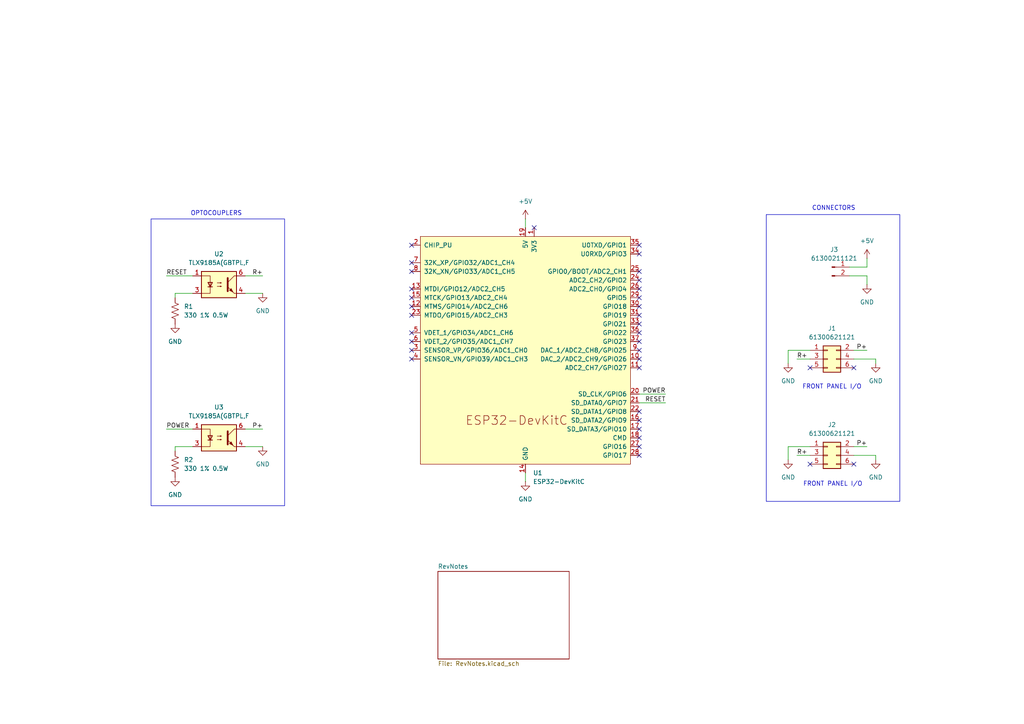
<source format=kicad_sch>
(kicad_sch (version 20231120) (generator "eeschema") (generator_version "8.0")
  (paper "A4")
  (lib_symbols
    (symbol "Connector:Conn_01x02_Pin" (pin_names (offset 1.016) hide)
      (property "Reference" "J" (at 0 2.54 0))
      (property "Value" "Conn_01x02_Pin" (at 0 -5.08 0))
      (symbol "Conn_01x02_Pin_1_1"
        (polyline (pts (xy 1.27 -2.54) (xy 0.8636 -2.54)) (stroke (width 0.1524)))
        (polyline (pts (xy 1.27 0) (xy 0.8636 0)) (stroke (width 0.1524)))
        (rectangle (start 0.8636 -2.413) (end 0 -2.667) (stroke (width 0.1524)) (fill (type outline)))
        (rectangle (start 0.8636 0.127) (end 0 -0.127) (stroke (width 0.1524)) (fill (type outline)))
        (pin passive line (at 5.08 0 180) (length 3.81) (name "Pin_1") (number "1"))
        (pin passive line (at 5.08 -2.54 180) (length 3.81) (name "Pin_2") (number "2"))
      )
    )
    (symbol "Connector_Generic:Conn_02x03_Odd_Even" (pin_names (offset 1.016) hide)
      (property "Reference" "J" (at 1.27 5.08 0))
      (property "Value" "Conn_02x03_Odd_Even" (at 1.27 -5.08 0))
      (symbol "Conn_02x03_Odd_Even_1_1"
        (rectangle (start -1.27 -2.413) (end 0 -2.667) (stroke (width 0.1524)))
        (rectangle (start -1.27 0.127) (end 0 -0.127) (stroke (width 0.1524)))
        (rectangle (start -1.27 2.667) (end 0 2.413) (stroke (width 0.1524)))
        (rectangle (start -1.27 3.81) (end 3.81 -3.81) (stroke (width 0.254)) (fill (type background)))
        (rectangle (start 3.81 -2.413) (end 2.54 -2.667) (stroke (width 0.1524)))
        (rectangle (start 3.81 0.127) (end 2.54 -0.127) (stroke (width 0.1524)))
        (rectangle (start 3.81 2.667) (end 2.54 2.413) (stroke (width 0.1524)))
        (pin passive line (at -5.08 2.54 0) (length 3.81) (name "Pin_1") (number "1"))
        (pin passive line (at 7.62 2.54 180) (length 3.81) (name "Pin_2") (number "2"))
        (pin passive line (at -5.08 0 0) (length 3.81) (name "Pin_3") (number "3"))
        (pin passive line (at 7.62 0 180) (length 3.81) (name "Pin_4") (number "4"))
        (pin passive line (at -5.08 -2.54 0) (length 3.81) (name "Pin_5") (number "5"))
        (pin passive line (at 7.62 -2.54 180) (length 3.81) (name "Pin_6") (number "6"))
      )
    )
    (symbol "Device:R_US" (pin_numbers hide) (pin_names (offset 0))
      (property "Reference" "R" (at 2.54 0 90))
      (property "Value" "R_US" (at -2.54 0 90))
      (symbol "R_US_0_1"
        (polyline (pts (xy 0 -2.286) (xy 0 -2.54)))
        (polyline (pts (xy 0 2.286) (xy 0 2.54)))
        (polyline (pts (xy 0 -0.762) (xy 1.016 -1.143) (xy 0 -1.524) (xy -1.016 -1.905) (xy 0 -2.286)))
        (polyline (pts (xy 0 0.762) (xy 1.016 0.381) (xy 0 0) (xy -1.016 -0.381) (xy 0 -0.762)))
        (polyline (pts (xy 0 2.286) (xy 1.016 1.905) (xy 0 1.524) (xy -1.016 1.143) (xy 0 0.762)))
      )
      (symbol "R_US_1_1"
        (pin passive line (at 0 3.81 270) (length 1.27) (name "~") (number "1"))
        (pin passive line (at 0 -3.81 90) (length 1.27) (name "~") (number "2"))
      )
    )
    (symbol "EL817_2" (pin_names (offset 1.016))
      (property "Reference" "U2" (at 0 8.89 0))
      (property "Value" "TLX9185A(GBTPL,F" (at 0 6.35 0))
      (symbol "EL817_2_0_1"
        (rectangle (start -5.08 3.81) (end 5.08 -3.81) (stroke (width 0.254)) (fill (type background)))
        (polyline (pts (xy -3.175 -0.635) (xy -1.905 -0.635)) (stroke (width 0.254)))
        (polyline (pts (xy 2.54 0.635) (xy 4.445 2.54)))
        (polyline (pts (xy 4.445 -2.54) (xy 2.54 -0.635)) (fill (type outline)))
        (polyline (pts (xy 4.445 -2.54) (xy 5.08 -2.54)))
        (polyline (pts (xy 4.445 2.54) (xy 5.08 2.54)))
        (polyline (pts (xy -5.08 2.54) (xy -2.54 2.54) (xy -2.54 -0.635)))
        (polyline (pts (xy -2.54 -0.635) (xy -2.54 -2.54) (xy -5.08 -2.54)))
        (polyline (pts (xy 2.54 1.905) (xy 2.54 -1.905) (xy 2.54 -1.905)) (stroke (width 0.508)))
        (polyline (pts (xy -2.54 -0.635) (xy -3.175 0.635) (xy -1.905 0.635) (xy -2.54 -0.635)) (stroke (width 0.254)))
        (polyline (pts (xy -0.508 -0.508) (xy 0.762 -0.508) (xy 0.381 -0.635) (xy 0.381 -0.381) (xy 0.762 -0.508)))
        (polyline (pts (xy -0.508 0.508) (xy 0.762 0.508) (xy 0.381 0.381) (xy 0.381 0.635) (xy 0.762 0.508)))
        (polyline (pts (xy 3.048 -1.651) (xy 3.556 -1.143) (xy 4.064 -2.159) (xy 3.048 -1.651) (xy 3.048 -1.651)) (fill (type outline)))
      )
      (symbol "EL817_2_1_1"
        (pin passive line (at -7.62 2.54 0) (length 2.54) (name "~") (number "1"))
        (pin no_connect line (at 1.27 3.81 180) (length 2.54) hide (name "") (number "2"))
        (pin passive line (at -7.62 -2.54 0) (length 2.54) (name "~") (number "3"))
        (pin passive line (at 7.62 -2.54 180) (length 2.54) (name "~") (number "4"))
        (pin no_connect line (at 0 3.81 180) (length 2.54) hide (name "") (number "5"))
        (pin passive line (at 7.62 2.54 180) (length 2.54) (name "~") (number "6"))
      )
    )
    (symbol "PCM_Espressif:ESP32-DevKitC" (pin_names (offset 1.016))
      (property "Reference" "U" (at -30.48 38.1 0))
      (property "Value" "ESP32-DevKitC" (at -30.48 35.56 0))
      (symbol "ESP32-DevKitC_0_0"
        (text "ESP32-DevKitC" (at -2.54 -20.32 0) (effects (font (size 2.54 2.54))))
        (pin power_in line (at 0 -35.56 90) (length 2.54) (name "GND") (number "14"))
        (pin power_in line (at 0 35.56 270) (length 2.54) (name "5V") (number "19"))
      )
      (symbol "ESP32-DevKitC_0_1"
        (rectangle (start -30.48 33.02) (end 30.48 -33.02) (fill (type background)))
      )
      (symbol "ESP32-DevKitC_1_1"
        (pin power_in line (at 2.54 35.56 270) (length 2.54) (name "3V3") (number "1"))
        (pin bidirectional line (at 33.02 -2.54 180) (length 2.54) (name "DAC_2/ADC2_CH9/GPIO26") (number "10"))
        (pin bidirectional line (at 33.02 -5.08 180) (length 2.54) (name "ADC2_CH7/GPIO27") (number "11"))
        (pin bidirectional line (at -33.02 12.7 0) (length 2.54) (name "MTMS/GPIO14/ADC2_CH6") (number "12"))
        (pin bidirectional line (at -33.02 17.78 0) (length 2.54) (name "MTDI/GPIO12/ADC2_CH5") (number "13"))
        (pin bidirectional line (at -33.02 15.24 0) (length 2.54) (name "MTCK/GPIO13/ADC2_CH4") (number "15"))
        (pin bidirectional line (at 33.02 -20.32 180) (length 2.54) (name "SD_DATA2/GPIO9") (number "16"))
        (pin bidirectional line (at 33.02 -22.86 180) (length 2.54) (name "SD_DATA3/GPIO10") (number "17"))
        (pin bidirectional line (at 33.02 -25.4 180) (length 2.54) (name "CMD") (number "18"))
        (pin input line (at -33.02 30.48 0) (length 2.54) (name "CHIP_PU") (number "2"))
        (pin bidirectional line (at 33.02 -12.7 180) (length 2.54) (name "SD_CLK/GPIO6") (number "20"))
        (pin bidirectional line (at 33.02 -15.24 180) (length 2.54) (name "SD_DATA0/GPIO7") (number "21"))
        (pin bidirectional line (at 33.02 -17.78 180) (length 2.54) (name "SD_DATA1/GPIO8") (number "22"))
        (pin bidirectional line (at -33.02 10.16 0) (length 2.54) (name "MTDO/GPIO15/ADC2_CH3") (number "23"))
        (pin bidirectional line (at 33.02 20.32 180) (length 2.54) (name "ADC2_CH2/GPIO2") (number "24"))
        (pin bidirectional line (at 33.02 22.86 180) (length 2.54) (name "GPIO0/BOOT/ADC2_CH1") (number "25"))
        (pin bidirectional line (at 33.02 17.78 180) (length 2.54) (name "ADC2_CH0/GPIO4") (number "26"))
        (pin bidirectional line (at 33.02 -27.94 180) (length 2.54) (name "GPIO16") (number "27"))
        (pin bidirectional line (at 33.02 -30.48 180) (length 2.54) (name "GPIO17") (number "28"))
        (pin bidirectional line (at 33.02 15.24 180) (length 2.54) (name "GPIO5") (number "29"))
        (pin input line (at -33.02 0 0) (length 2.54) (name "SENSOR_VP/GPIO36/ADC1_CH0") (number "3"))
        (pin bidirectional line (at 33.02 12.7 180) (length 2.54) (name "GPIO18") (number "30"))
        (pin bidirectional line (at 33.02 10.16 180) (length 2.54) (name "GPIO19") (number "31"))
        (pin passive line (at 0 -35.56 90) (length 2.54) hide (name "GND") (number "32"))
        (pin bidirectional line (at 33.02 7.62 180) (length 2.54) (name "GPIO21") (number "33"))
        (pin bidirectional line (at 33.02 27.94 180) (length 2.54) (name "U0RXD/GPIO3") (number "34"))
        (pin bidirectional line (at 33.02 30.48 180) (length 2.54) (name "U0TXD/GPIO1") (number "35"))
        (pin bidirectional line (at 33.02 5.08 180) (length 2.54) (name "GPIO22") (number "36"))
        (pin bidirectional line (at 33.02 2.54 180) (length 2.54) (name "GPIO23") (number "37"))
        (pin passive line (at 0 -35.56 90) (length 2.54) hide (name "GND") (number "38"))
        (pin input line (at -33.02 -2.54 0) (length 2.54) (name "SENSOR_VN/GPIO39/ADC1_CH3") (number "4"))
        (pin input line (at -33.02 5.08 0) (length 2.54) (name "VDET_1/GPIO34/ADC1_CH6") (number "5"))
        (pin input line (at -33.02 2.54 0) (length 2.54) (name "VDET_2/GPIO35/ADC1_CH7") (number "6"))
        (pin bidirectional line (at -33.02 25.4 0) (length 2.54) (name "32K_XP/GPIO32/ADC1_CH4") (number "7"))
        (pin bidirectional line (at -33.02 22.86 0) (length 2.54) (name "32K_XN/GPIO33/ADC1_CH5") (number "8"))
        (pin bidirectional line (at 33.02 0 180) (length 2.54) (name "DAC_1/ADC2_CH8/GPIO25") (number "9"))
      )
    )
    (symbol "power:+5V" (power) (pin_numbers hide) (pin_names (offset 0) hide)
      (property "Value" "+5V" (at 0 3.556 0))
      (symbol "+5V_0_1"
        (polyline (pts (xy -0.762 1.27) (xy 0 2.54)))
        (polyline (pts (xy 0 0) (xy 0 2.54)))
        (polyline (pts (xy 0 2.54) (xy 0.762 1.27)))
      )
      (symbol "+5V_1_1"
        (pin power_in line (at 0 0 90) (length 0) (name "~") (number "1"))
      )
    )
    (symbol "power:GND" (power) (pin_numbers hide) (pin_names (offset 0) hide)
      (property "Value" "GND" (at 0 -3.81 0))
      (symbol "GND_0_1"
        (polyline (pts (xy 0 0) (xy 0 -1.27) (xy 1.27 -1.27) (xy 0 -2.54) (xy -1.27 -1.27) (xy 0 -1.27)))
      )
      (symbol "GND_1_1"
        (pin power_in line (at 0 0 270) (length 0) (name "~") (number "1"))
      )
    )
  )
  (no_connect (at 119.38 71.12))
  (no_connect (at 185.42 106.68))
  (no_connect (at 119.38 104.14))
  (no_connect (at 185.42 93.98))
  (no_connect (at 185.42 132.08))
  (no_connect (at 185.42 91.44))
  (no_connect (at 185.42 104.14))
  (no_connect (at 185.42 99.06))
  (no_connect (at 119.38 91.44))
  (no_connect (at 185.42 83.82))
  (no_connect (at 119.38 83.82))
  (no_connect (at 247.65 134.62))
  (no_connect (at 185.42 119.38))
  (no_connect (at 185.42 101.6))
  (no_connect (at 119.38 78.74))
  (no_connect (at 247.65 106.68))
  (no_connect (at 154.94 66.04))
  (no_connect (at 185.42 81.28))
  (no_connect (at 119.38 101.6))
  (no_connect (at 185.42 96.52))
  (no_connect (at 119.38 96.52))
  (no_connect (at 119.38 88.9))
  (no_connect (at 185.42 88.9))
  (no_connect (at 119.38 99.06))
  (no_connect (at 185.42 127))
  (no_connect (at 234.95 134.62))
  (no_connect (at 185.42 78.74))
  (no_connect (at 119.38 86.36))
  (no_connect (at 185.42 124.46))
  (no_connect (at 185.42 73.66))
  (no_connect (at 185.42 71.12))
  (no_connect (at 119.38 76.2))
  (no_connect (at 234.95 106.68))
  (no_connect (at 185.42 86.36))
  (no_connect (at 185.42 121.92))
  (no_connect (at 185.42 129.54))
  (wire (pts (xy 228.6 129.54) (xy 234.95 129.54)))
  (wire (pts (xy 228.6 133.35) (xy 228.6 129.54)))
  (wire (pts (xy 55.88 85.09) (xy 50.8 85.09)))
  (wire (pts (xy 50.8 129.54) (xy 50.8 130.81)))
  (wire (pts (xy 185.42 114.3) (xy 193.04 114.3)))
  (wire (pts (xy 246.38 80.01) (xy 251.46 80.01)))
  (wire (pts (xy 231.14 132.08) (xy 234.95 132.08)))
  (wire (pts (xy 254 132.08) (xy 247.65 132.08)))
  (wire (pts (xy 254 105.41) (xy 254 104.14)))
  (wire (pts (xy 152.4 137.16) (xy 152.4 139.7)))
  (wire (pts (xy 251.46 101.6) (xy 247.65 101.6)))
  (wire (pts (xy 254 104.14) (xy 247.65 104.14)))
  (wire (pts (xy 50.8 85.09) (xy 50.8 86.36)))
  (wire (pts (xy 185.42 116.84) (xy 193.04 116.84)))
  (wire (pts (xy 231.14 104.14) (xy 234.95 104.14)))
  (wire (pts (xy 251.46 129.54) (xy 247.65 129.54)))
  (wire (pts (xy 55.88 129.54) (xy 50.8 129.54)))
  (wire (pts (xy 246.38 77.47) (xy 251.46 77.47)))
  (wire (pts (xy 55.88 124.46) (xy 48.26 124.46)))
  (wire (pts (xy 228.6 105.41) (xy 228.6 101.6)))
  (wire (pts (xy 254 133.35) (xy 254 132.08)))
  (wire (pts (xy 71.12 80.01) (xy 76.2 80.01)))
  (wire (pts (xy 71.12 85.09) (xy 76.2 85.09)))
  (wire (pts (xy 251.46 77.47) (xy 251.46 74.93)))
  (wire (pts (xy 152.4 63.5) (xy 152.4 66.04)))
  (wire (pts (xy 251.46 80.01) (xy 251.46 82.55)))
  (wire (pts (xy 228.6 101.6) (xy 234.95 101.6)))
  (wire (pts (xy 55.88 80.01) (xy 48.26 80.01)))
  (wire (pts (xy 71.12 129.54) (xy 76.2 129.54)))
  (wire (pts (xy 71.12 124.46) (xy 76.2 124.46)))
  (rectangle (start 222.25 62.23) (end 260.985 145.415))
  (rectangle (start 43.815 63.5) (end 82.55 146.685))
  (text "CONNECTORS" (at 241.808 60.452 0) (effects (font (size 1.27 1.27))))
  (text "OPTOCOUPLERS" (at 62.738 61.976 0) (effects (font (size 1.27 1.27))))
  (text "FRONT PANEL I/O" (at 241.3 112.268 0) (effects (font (size 1.27 1.27))))
  (text "FRONT PANEL I/O" (at 241.554 140.462 0) (effects (font (size 1.27 1.27))))
  (label "RESET" (at 193.04 116.84 180))
  (label "R+" (at 76.2 80.01 180))
  (label "P+" (at 251.46 101.6 180))
  (label "RESET" (at 48.26 80.01 0))
  (label "P+" (at 76.2 124.46 180))
  (label "R+" (at 231.14 132.08 0))
  (label "POWER" (at 48.26 124.46 0))
  (label "P+" (at 251.46 129.54 180))
  (label "POWER" (at 193.04 114.3 180))
  (label "R+" (at 231.14 104.14 0))
  (symbol (lib_id "power:GND") (at 251.46 82.55 0) (unit 1)
    (property "Reference" "#PWR05" (effects (hide yes)))
    (property "Value" "GND" (at 251.46 87.63 0))
    (property "Description" "Power symbol creates a global label with name \"GND\" , ground" (effects (hide yes)))
  )
  (symbol (lib_id "Connector:Conn_01x02_Pin") (at 241.3 77.47 0) (unit 1)
    (property "Reference" "J3" (at 241.935 72.39 0))
    (property "Value" "61300211121" (at 241.935 74.93 0))
    (property "Footprint" "Connector_PinHeader_2.54mm:PinHeader_1x02_P2.54mm_Vertical" (effects (hide yes)))
    (property "Datasheet" "https://www.we-online.com/components/products/datasheet/61300211121.pdf" (effects (hide yes)))
    (property "Description" "Generic connector, single row, 01x02, script generated" (effects (hide yes)))
  )
  (symbol (lib_id "power:GND") (at 254 133.35 0) (unit 1)
    (property "Reference" "#PWR08" (effects (hide yes)))
    (property "Value" "GND" (at 254 138.43 0))
    (property "Description" "Power symbol creates a global label with name \"GND\" , ground" (effects (hide yes)))
  )
  (symbol (lib_id "power:GND") (at 50.8 138.43 0) (unit 1)
    (property "Reference" "#PWR06" (effects (hide yes)))
    (property "Value" "GND" (at 50.8 143.51 0))
    (property "Description" "Power symbol creates a global label with name \"GND\" , ground" (effects (hide yes)))
  )
  (symbol (lib_id "power:GND") (at 50.8 93.98 0) (unit 1)
    (property "Reference" "#PWR02" (effects (hide yes)))
    (property "Value" "GND" (at 50.8 99.06 0))
    (property "Description" "Power symbol creates a global label with name \"GND\" , ground" (effects (hide yes)))
  )
  (symbol (lib_id "power:GND") (at 228.6 133.35 0) (unit 1)
    (property "Reference" "#PWR07" (effects (hide yes)))
    (property "Value" "GND" (at 228.6 138.43 0))
    (property "Description" "Power symbol creates a global label with name \"GND\" , ground" (effects (hide yes)))
  )
  (symbol (lib_id "power:+5V") (at 251.46 74.93 0) (unit 1)
    (property "Reference" "#PWR04" (effects (hide yes)))
    (property "Value" "+5V" (at 251.46 69.85 0))
    (property "Description" "Power symbol creates a global label with name \"+5V\"" (effects (hide yes)))
  )
  (symbol (lib_name "EL817_2") (lib_id "Isolator:EL817") (at 63.5 127 0) (unit 1)
    (property "Reference" "U3" (at 63.5 118.11 0))
    (property "Value" "TLX9185A(GBTPL,F" (at 63.5 120.65 0))
    (property "Footprint" "Package_SO:SO-6_4.4x3.6mm_P1.27mm" (effects (hide yes)))
    (property "Datasheet" "https://toshiba.semicon-storage.com/info/TLX9185A_datasheet_en_20190628.pdf?did=53135&prodName=TLX9185A" (effects (hide yes)))
    (property "Description" "Optoisolator Transistor Output 3750Vrms 1 Channel 6-SOP" (effects (hide yes)))
  )
  (symbol (lib_id "Device:R_US") (at 50.8 90.17 0) (unit 1)
    (property "Reference" "R1" (at 53.34 88.8999 0) (effects (justify left)))
    (property "Value" "330 1% 0.5W" (at 53.34 91.4399 0) (effects (justify left)))
    (property "Footprint" "Resistor_SMD:R_0805_2012Metric_Pad1.20x1.40mm_HandSolder" (effects (hide yes)))
    (property "Datasheet" "https://www.vishay.com/docs/20043/crcwhpe3.pdf" (effects (hide yes)))
    (property "Description" "Resistor, US symbol" (effects (hide yes)))
  )
  (symbol (lib_id "power:GND") (at 76.2 129.54 0) (unit 1)
    (property "Reference" "#PWR011" (effects (hide yes)))
    (property "Value" "GND" (at 76.2 134.62 0))
    (property "Description" "Power symbol creates a global label with name \"GND\" , ground" (effects (hide yes)))
  )
  (symbol (lib_id "Connector_Generic:Conn_02x03_Odd_Even") (at 240.03 104.14 0) (unit 1)
    (property "Reference" "J1" (at 241.3 95.25 0))
    (property "Value" "61300621121" (at 241.3 97.79 0))
    (property "Footprint" "Connector_PinHeader_2.54mm:PinHeader_2x03_P2.54mm_Vertical" (effects (hide yes)))
    (property "Datasheet" "https://www.we-online.com/components/products/datasheet/6130xx21121.pdf" (effects (hide yes)))
    (property "Description" "Generic connector, double row, 02x03, odd/even pin numbering scheme (row 1 odd numbers, row 2 even numbers), script generated (kicad-library-utils/schlib/autogen/connector/)" (effects (hide yes)))
  )
  (symbol (lib_id "power:GND") (at 76.2 85.09 0) (unit 1)
    (property "Reference" "#PWR012" (effects (hide yes)))
    (property "Value" "GND" (at 76.2 90.17 0))
    (property "Description" "Power symbol creates a global label with name \"GND\" , ground" (effects (hide yes)))
  )
  (symbol (lib_id "PCM_Espressif:ESP32-DevKitC") (at 152.4 101.6 0) (unit 1)
    (property "Reference" "U1" (at 154.5941 137.16 0) (effects (justify left)))
    (property "Value" "ESP32-DevKitC" (at 154.5941 139.7 0) (effects (justify left)))
    (property "Footprint" "PCM_Espressif:ESP32-DevKitC" (effects (hide yes)))
    (property "Datasheet" "https://docs.espressif.com/projects/esp-idf/zh_CN/latest/esp32/hw-reference/esp32/get-started-devkitc.html" (effects (hide yes)))
    (property "Description" "Development Kit" (effects (hide yes)))
  )
  (symbol (lib_name "EL817_2") (lib_id "Isolator:EL817") (at 63.5 82.55 0) (unit 1)
    (property "Reference" "U2" (at 63.5 73.66 0))
    (property "Value" "TLX9185A(GBTPL,F" (at 63.5 76.2 0))
    (property "Footprint" "Package_SO:SO-6_4.4x3.6mm_P1.27mm" (effects (hide yes)))
    (property "Datasheet" "https://toshiba.semicon-storage.com/info/TLX9185A_datasheet_en_20190628.pdf?did=53135&prodName=TLX9185A" (effects (hide yes)))
    (property "Description" "Optoisolator Transistor Output 3750Vrms 1 Channel 6-SOP" (effects (hide yes)))
  )
  (symbol (lib_id "Device:R_US") (at 50.8 134.62 0) (unit 1)
    (property "Reference" "R2" (at 53.34 133.3499 0) (effects (justify left)))
    (property "Value" "330 1% 0.5W" (at 53.34 135.8899 0) (effects (justify left)))
    (property "Footprint" "Resistor_SMD:R_0805_2012Metric_Pad1.20x1.40mm_HandSolder" (effects (hide yes)))
    (property "Datasheet" "https://www.vishay.com/docs/20043/crcwhpe3.pdf" (effects (hide yes)))
    (property "Description" "Resistor, US symbol" (effects (hide yes)))
  )
  (symbol (lib_id "power:+5V") (at 152.4 63.5 0) (unit 1)
    (property "Reference" "#PWR03" (effects (hide yes)))
    (property "Value" "+5V" (at 152.4 58.42 0))
    (property "Description" "Power symbol creates a global label with name \"+5V\"" (effects (hide yes)))
  )
  (symbol (lib_id "Connector_Generic:Conn_02x03_Odd_Even") (at 240.03 132.08 0) (unit 1)
    (property "Reference" "J2" (at 241.3 123.19 0))
    (property "Value" "61300621121" (at 241.3 125.73 0))
    (property "Footprint" "Connector_PinHeader_2.54mm:PinHeader_2x03_P2.54mm_Vertical" (effects (hide yes)))
    (property "Datasheet" "https://www.we-online.com/components/products/datasheet/6130xx21121.pdf" (effects (hide yes)))
    (property "Description" "Generic connector, double row, 02x03, odd/even pin numbering scheme (row 1 odd numbers, row 2 even numbers), script generated (kicad-library-utils/schlib/autogen/connector/)" (effects (hide yes)))
  )
  (symbol (lib_id "power:GND") (at 152.4 139.7 0) (unit 1)
    (property "Reference" "#PWR01" (effects (hide yes)))
    (property "Value" "GND" (at 152.4 144.78 0))
    (property "Description" "Power symbol creates a global label with name \"GND\" , ground" (effects (hide yes)))
  )
  (symbol (lib_id "power:GND") (at 254 105.41 0) (unit 1)
    (property "Reference" "#PWR010" (effects (hide yes)))
    (property "Value" "GND" (at 254 110.49 0))
    (property "Description" "Power symbol creates a global label with name \"GND\" , ground" (effects (hide yes)))
  )
  (symbol (lib_id "power:GND") (at 228.6 105.41 0) (unit 1)
    (property "Reference" "#PWR09" (effects (hide yes)))
    (property "Value" "GND" (at 228.6 110.49 0))
    (property "Description" "Power symbol creates a global label with name \"GND\" , ground" (effects (hide yes)))
  )
  (sheet (at 127 165.735) (size 38.1 25.4) (stroke (width 0.1524))
    (property "Sheetname" "RevNotes" (at 127 165.0234 0) (effects (justify left bottom)))
    (property "Sheetfile" "RevNotes.kicad_sch" (at 127 191.7196 0) (effects (justify left top)))
  )
)
</source>
